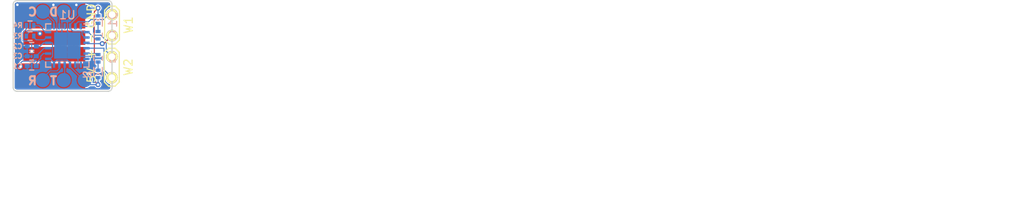
<source format=kicad_pcb>
(kicad_pcb (version 4) (host pcbnew 4.0.2+e4-6225~38~ubuntu14.04.1-stable)

  (general
    (links 42)
    (no_connects 2)
    (area 11.908 15.847999 139.257141 44.375)
    (thickness 1.6)
    (drawings 53)
    (tracks 183)
    (zones 0)
    (modules 15)
    (nets 25)
  )

  (page A4)
  (layers
    (0 F.Cu signal hide)
    (31 B.Cu signal)
    (32 B.Adhes user hide)
    (33 F.Adhes user hide)
    (34 B.Paste user hide)
    (35 F.Paste user hide)
    (36 B.SilkS user hide)
    (37 F.SilkS user hide)
    (38 B.Mask user)
    (39 F.Mask user hide)
    (40 Dwgs.User user)
    (41 Cmts.User user hide)
    (42 Eco1.User user hide)
    (43 Eco2.User user hide)
    (44 Edge.Cuts user)
    (45 Margin user hide)
    (46 B.CrtYd user)
    (47 F.CrtYd user)
    (48 B.Fab user hide)
    (49 F.Fab user hide)
  )

  (setup
    (last_trace_width 0.127)
    (user_trace_width 0.0254)
    (user_trace_width 0.1016)
    (user_trace_width 0.127)
    (user_trace_width 0.2032)
    (user_trace_width 0.254)
    (user_trace_width 0.3048)
    (trace_clearance 0.127)
    (zone_clearance 0.13)
    (zone_45_only no)
    (trace_min 0.0254)
    (segment_width 0.1)
    (edge_width 0.15)
    (via_size 0.6)
    (via_drill 0.3)
    (via_min_size 0.4)
    (via_min_drill 0.3)
    (uvia_size 0.3)
    (uvia_drill 0.1)
    (uvias_allowed no)
    (uvia_min_size 0.2)
    (uvia_min_drill 0.1)
    (pcb_text_width 0.3)
    (pcb_text_size 1.5 1.5)
    (mod_edge_width 0.15)
    (mod_text_size 1 1)
    (mod_text_width 0.15)
    (pad_size 1.7272 1.7272)
    (pad_drill 0)
    (pad_to_mask_clearance 0.1)
    (solder_mask_min_width 0.1)
    (aux_axis_origin 0 0)
    (visible_elements FFFFBD5F)
    (pcbplotparams
      (layerselection 0x010c0_80000001)
      (usegerberextensions true)
      (excludeedgelayer true)
      (linewidth 0.100000)
      (plotframeref false)
      (viasonmask false)
      (mode 1)
      (useauxorigin false)
      (hpglpennumber 1)
      (hpglpenspeed 20)
      (hpglpendiameter 15)
      (hpglpenoverlay 2)
      (psnegative false)
      (psa4output false)
      (plotreference true)
      (plotvalue true)
      (plotinvisibletext false)
      (padsonsilk false)
      (subtractmaskfromsilk false)
      (outputformat 1)
      (mirror false)
      (drillshape 0)
      (scaleselection 1)
      (outputdirectory gerber/))
  )

  (net 0 "")
  (net 1 GND)
  (net 2 +3V3)
  (net 3 /USB_5V)
  (net 4 "Net-(D1-Pad1)")
  (net 5 "Net-(D2-Pad1)")
  (net 6 /DBG_SWDIO)
  (net 7 /DBG_SWCLK)
  (net 8 /USB_D+)
  (net 9 /USB_D-)
  (net 10 "Net-(U1-Pad7)")
  (net 11 "Net-(U1-Pad21)")
  (net 12 /DEC)
  (net 13 /LED1)
  (net 14 /LED0)
  (net 15 /RUSB_D+)
  (net 16 /RUSB_D-)
  (net 17 /CAP0A)
  (net 18 /CAP1A)
  (net 19 /CAP0B)
  (net 20 /CAP1B)
  (net 21 /LEU0_RX)
  (net 22 /LEU0_TX)
  (net 23 "Net-(U1-Pad6)")
  (net 24 "Net-(U1-Pad8)")

  (net_class Default "This is the default net class."
    (clearance 0.127)
    (trace_width 0.127)
    (via_dia 0.6)
    (via_drill 0.3)
    (uvia_dia 0.3)
    (uvia_drill 0.1)
    (add_net +3V3)
    (add_net /CAP0A)
    (add_net /CAP0B)
    (add_net /CAP1A)
    (add_net /CAP1B)
    (add_net /DBG_SWCLK)
    (add_net /DBG_SWDIO)
    (add_net /DEC)
    (add_net /LED0)
    (add_net /LED1)
    (add_net /LEU0_RX)
    (add_net /LEU0_TX)
    (add_net /RUSB_D+)
    (add_net /RUSB_D-)
    (add_net /USB_5V)
    (add_net /USB_D+)
    (add_net /USB_D-)
    (add_net GND)
    (add_net "Net-(D1-Pad1)")
    (add_net "Net-(D2-Pad1)")
    (add_net "Net-(U1-Pad21)")
    (add_net "Net-(U1-Pad6)")
    (add_net "Net-(U1-Pad7)")
    (add_net "Net-(U1-Pad8)")
  )

  (module debug-points (layer B.Cu) (tedit 579C71AA) (tstamp 5798C204)
    (at 18.06 27.65 270)
    (descr "Through hole pin header")
    (tags "pin header")
    (path /5798FD61)
    (fp_text reference P1 (at 0 1.78 270) (layer Dwgs.User)
      (effects (font (size 1 1) (thickness 0.15)))
    )
    (fp_text value USART0 (at 0 3.1 270) (layer B.Fab)
      (effects (font (size 1 1) (thickness 0.15)) (justify mirror))
    )
    (pad 1 smd rect (at 0 0 270) (size 2.032 1.7272) (layers B.Cu B.Paste B.Mask)
      (net 1 GND) (solder_mask_margin -0.25) (zone_connect 2))
    (pad 2 smd oval (at 0 -2.54 270) (size 1.7272 1.7272) (layers B.Cu B.Paste B.Mask)
      (net 21 /LEU0_RX) (solder_mask_margin -0.25) (zone_connect 2))
    (pad 3 smd oval (at 0 -5.08 270) (size 1.7272 1.7272) (layers B.Cu B.Paste B.Mask)
      (net 22 /LEU0_TX) (solder_mask_margin -0.25) (zone_connect 2))
    (pad 4 smd oval (at 0 -7.62 270) (size 1.7272 1.7272) (layers B.Cu B.Paste B.Mask)
      (net 2 +3V3) (solder_mask_margin -0.25) (zone_connect 2))
    (model Pin_Headers.3dshapes/Pin_Header_Angled_1x04.wrl
      (at (xyz 0 -0.15 0))
      (scale (xyz 1 1 1))
      (rotate (xyz 0 0 90))
    )
  )

  (module Resistors_SMD:R_0402 (layer B.Cu) (tedit 579C7813) (tstamp 5798C267)
    (at 27.3 25 90)
    (descr "Resistor SMD 0402, reflow soldering, Vishay (see dcrcw.pdf)")
    (tags "resistor 0402")
    (path /5798F38A)
    (attr smd)
    (fp_text reference R2 (at 0 1.8 90) (layer B.SilkS)
      (effects (font (size 0.6 0.6) (thickness 0.15)) (justify mirror))
    )
    (fp_text value 15 (at 0 -1.8 90) (layer B.Fab)
      (effects (font (size 1 1) (thickness 0.15)) (justify mirror))
    )
    (fp_line (start -0.95 0.65) (end 0.95 0.65) (layer B.CrtYd) (width 0.05))
    (fp_line (start -0.95 -0.65) (end 0.95 -0.65) (layer B.CrtYd) (width 0.05))
    (fp_line (start -0.95 0.65) (end -0.95 -0.65) (layer B.CrtYd) (width 0.05))
    (fp_line (start 0.95 0.65) (end 0.95 -0.65) (layer B.CrtYd) (width 0.05))
    (fp_line (start 0.25 0.525) (end -0.25 0.525) (layer B.SilkS) (width 0.15))
    (fp_line (start -0.25 -0.525) (end 0.25 -0.525) (layer B.SilkS) (width 0.15))
    (pad 1 smd rect (at -0.45 0 90) (size 0.4 0.6) (layers B.Cu B.Paste B.Mask)
      (net 5 "Net-(D2-Pad1)"))
    (pad 2 smd rect (at 0.45 0 90) (size 0.4 0.6) (layers B.Cu B.Paste B.Mask)
      (net 14 /LED0))
    (model Resistors_SMD.3dshapes/R_0402.wrl
      (at (xyz 0 0 0))
      (scale (xyz 1 1 1))
      (rotate (xyz 0 0 0))
    )
  )

  (module LEDs:LED_0402 (layer B.Cu) (tedit 5710AA4B) (tstamp 5798C1BF)
    (at 27.3 20.3 90)
    (descr "LED 0402 smd package")
    (tags "LED led 0402 SMD smd SMT smt smdled SMDLED smtled SMTLED")
    (path /5798F0D5)
    (attr smd)
    (fp_text reference D1 (at 0 1.8 90) (layer B.SilkS)
      (effects (font (size 1 1) (thickness 0.15)) (justify mirror))
    )
    (fp_text value LED (at 0 -1.8 90) (layer B.Fab)
      (effects (font (size 1 1) (thickness 0.15)) (justify mirror))
    )
    (fp_line (start -0.1 0) (end 0.1 -0.25) (layer B.SilkS) (width 0.15))
    (fp_line (start 0.1 0.25) (end -0.1 0) (layer B.SilkS) (width 0.15))
    (fp_line (start -0.95 0.65) (end 0.95 0.65) (layer B.CrtYd) (width 0.05))
    (fp_line (start -0.95 -0.65) (end 0.95 -0.65) (layer B.CrtYd) (width 0.05))
    (fp_line (start -0.95 0.65) (end -0.95 -0.65) (layer B.CrtYd) (width 0.05))
    (fp_line (start 0.95 0.65) (end 0.95 -0.65) (layer B.CrtYd) (width 0.05))
    (fp_line (start 0.25 0.525) (end -0.8 0.525) (layer B.SilkS) (width 0.15))
    (fp_line (start 0.25 -0.525) (end -0.8 -0.525) (layer B.SilkS) (width 0.15))
    (pad 1 smd rect (at -0.45 0 90) (size 0.4 0.6) (layers B.Cu B.Paste B.Mask)
      (net 4 "Net-(D1-Pad1)"))
    (pad 2 smd rect (at 0.45 0 90) (size 0.4 0.6) (layers B.Cu B.Paste B.Mask)
      (net 2 +3V3))
    (model LEDs.3dshapes/LED_0402.wrl
      (at (xyz 0 0 0))
      (scale (xyz 1 1 1))
      (rotate (xyz 0 0 180))
    )
  )

  (module Capacitors_SMD:C_0402 (layer B.Cu) (tedit 579C77D3) (tstamp 5798C199)
    (at 19.25 25.95)
    (descr "Capacitor SMD 0402, reflow soldering, AVX (see smccp.pdf)")
    (tags "capacitor 0402")
    (path /5798BCD7)
    (attr smd)
    (fp_text reference C1 (at -1.725 0) (layer B.SilkS)
      (effects (font (size 0.6 0.6) (thickness 0.15)) (justify mirror))
    )
    (fp_text value 1uF (at 0 -1.7) (layer B.Fab)
      (effects (font (size 1 1) (thickness 0.15)) (justify mirror))
    )
    (fp_line (start -1.15 0.6) (end 1.15 0.6) (layer B.CrtYd) (width 0.05))
    (fp_line (start -1.15 -0.6) (end 1.15 -0.6) (layer B.CrtYd) (width 0.05))
    (fp_line (start -1.15 0.6) (end -1.15 -0.6) (layer B.CrtYd) (width 0.05))
    (fp_line (start 1.15 0.6) (end 1.15 -0.6) (layer B.CrtYd) (width 0.05))
    (fp_line (start 0.25 0.475) (end -0.25 0.475) (layer B.SilkS) (width 0.15))
    (fp_line (start -0.25 -0.475) (end 0.25 -0.475) (layer B.SilkS) (width 0.15))
    (pad 1 smd rect (at -0.55 0) (size 0.6 0.5) (layers B.Cu B.Paste B.Mask)
      (net 1 GND))
    (pad 2 smd rect (at 0.55 0) (size 0.6 0.5) (layers B.Cu B.Paste B.Mask)
      (net 12 /DEC))
    (model Capacitors_SMD.3dshapes/C_0402.wrl
      (at (xyz 0 0 0))
      (scale (xyz 1 1 1))
      (rotate (xyz 0 0 0))
    )
  )

  (module Capacitors_SMD:C_0402 (layer B.Cu) (tedit 579C77A2) (tstamp 5798C1A5)
    (at 19.25 23.55 180)
    (descr "Capacitor SMD 0402, reflow soldering, AVX (see smccp.pdf)")
    (tags "capacitor 0402")
    (path /5798B89B)
    (attr smd)
    (fp_text reference C2 (at 1.725 0 180) (layer B.SilkS)
      (effects (font (size 0.6 0.6) (thickness 0.15)) (justify mirror))
    )
    (fp_text value 1uF (at 0 -1.7 180) (layer B.Fab)
      (effects (font (size 1 1) (thickness 0.15)) (justify mirror))
    )
    (fp_line (start -1.15 0.6) (end 1.15 0.6) (layer B.CrtYd) (width 0.05))
    (fp_line (start -1.15 -0.6) (end 1.15 -0.6) (layer B.CrtYd) (width 0.05))
    (fp_line (start -1.15 0.6) (end -1.15 -0.6) (layer B.CrtYd) (width 0.05))
    (fp_line (start 1.15 0.6) (end 1.15 -0.6) (layer B.CrtYd) (width 0.05))
    (fp_line (start 0.25 0.475) (end -0.25 0.475) (layer B.SilkS) (width 0.15))
    (fp_line (start -0.25 -0.475) (end 0.25 -0.475) (layer B.SilkS) (width 0.15))
    (pad 1 smd rect (at -0.55 0 180) (size 0.6 0.5) (layers B.Cu B.Paste B.Mask)
      (net 2 +3V3))
    (pad 2 smd rect (at 0.55 0 180) (size 0.6 0.5) (layers B.Cu B.Paste B.Mask)
      (net 1 GND))
    (model Capacitors_SMD.3dshapes/C_0402.wrl
      (at (xyz 0 0 0))
      (scale (xyz 1 1 1))
      (rotate (xyz 0 0 0))
    )
  )

  (module Capacitors_SMD:C_0402 (layer B.Cu) (tedit 579C77A9) (tstamp 5798C1B1)
    (at 19.25 24.75 180)
    (descr "Capacitor SMD 0402, reflow soldering, AVX (see smccp.pdf)")
    (tags "capacitor 0402")
    (path /5798BA32)
    (attr smd)
    (fp_text reference C3 (at 1.725 0.025 180) (layer B.SilkS)
      (effects (font (size 0.6 0.6) (thickness 0.15)) (justify mirror))
    )
    (fp_text value 47uF (at 0 -1.7 180) (layer B.Fab)
      (effects (font (size 1 1) (thickness 0.15)) (justify mirror))
    )
    (fp_line (start -1.15 0.6) (end 1.15 0.6) (layer B.CrtYd) (width 0.05))
    (fp_line (start -1.15 -0.6) (end 1.15 -0.6) (layer B.CrtYd) (width 0.05))
    (fp_line (start -1.15 0.6) (end -1.15 -0.6) (layer B.CrtYd) (width 0.05))
    (fp_line (start 1.15 0.6) (end 1.15 -0.6) (layer B.CrtYd) (width 0.05))
    (fp_line (start 0.25 0.475) (end -0.25 0.475) (layer B.SilkS) (width 0.15))
    (fp_line (start -0.25 -0.475) (end 0.25 -0.475) (layer B.SilkS) (width 0.15))
    (pad 1 smd rect (at -0.55 0 180) (size 0.6 0.5) (layers B.Cu B.Paste B.Mask)
      (net 3 /USB_5V))
    (pad 2 smd rect (at 0.55 0 180) (size 0.6 0.5) (layers B.Cu B.Paste B.Mask)
      (net 1 GND))
    (model Capacitors_SMD.3dshapes/C_0402.wrl
      (at (xyz 0 0 0))
      (scale (xyz 1 1 1))
      (rotate (xyz 0 0 0))
    )
  )

  (module LEDs:LED_0402 (layer B.Cu) (tedit 579C7808) (tstamp 5798C1CD)
    (at 27.3 26.9 270)
    (descr "LED 0402 smd package")
    (tags "LED led 0402 SMD smd SMT smt smdled SMDLED smtled SMTLED")
    (path /5798F173)
    (attr smd)
    (fp_text reference D2 (at 0.1 1.325 360) (layer B.SilkS)
      (effects (font (size 0.6 0.6) (thickness 0.15)) (justify mirror))
    )
    (fp_text value LED (at 0 -1.8 270) (layer B.Fab)
      (effects (font (size 1 1) (thickness 0.15)) (justify mirror))
    )
    (fp_line (start -0.1 0) (end 0.1 -0.25) (layer B.SilkS) (width 0.15))
    (fp_line (start 0.1 0.25) (end -0.1 0) (layer B.SilkS) (width 0.15))
    (fp_line (start -0.95 0.65) (end 0.95 0.65) (layer B.CrtYd) (width 0.05))
    (fp_line (start -0.95 -0.65) (end 0.95 -0.65) (layer B.CrtYd) (width 0.05))
    (fp_line (start -0.95 0.65) (end -0.95 -0.65) (layer B.CrtYd) (width 0.05))
    (fp_line (start 0.95 0.65) (end 0.95 -0.65) (layer B.CrtYd) (width 0.05))
    (fp_line (start 0.25 0.525) (end -0.8 0.525) (layer B.SilkS) (width 0.15))
    (fp_line (start 0.25 -0.525) (end -0.8 -0.525) (layer B.SilkS) (width 0.15))
    (pad 1 smd rect (at -0.45 0 270) (size 0.4 0.6) (layers B.Cu B.Paste B.Mask)
      (net 5 "Net-(D2-Pad1)"))
    (pad 2 smd rect (at 0.45 0 270) (size 0.4 0.6) (layers B.Cu B.Paste B.Mask)
      (net 2 +3V3))
    (model LEDs.3dshapes/LED_0402.wrl
      (at (xyz 0 0 0))
      (scale (xyz 1 1 1))
      (rotate (xyz 0 0 180))
    )
  )

  (module Resistors_SMD:R_0402 (layer B.Cu) (tedit 579C781B) (tstamp 5798C25B)
    (at 27.3 22.2 90)
    (descr "Resistor SMD 0402, reflow soldering, Vishay (see dcrcw.pdf)")
    (tags "resistor 0402")
    (path /5798F3FD)
    (attr smd)
    (fp_text reference R1 (at 0 1.8 90) (layer B.SilkS)
      (effects (font (size 0.6 0.6) (thickness 0.15)) (justify mirror))
    )
    (fp_text value 15 (at 0 -1.8 90) (layer B.Fab)
      (effects (font (size 1 1) (thickness 0.15)) (justify mirror))
    )
    (fp_line (start -0.95 0.65) (end 0.95 0.65) (layer B.CrtYd) (width 0.05))
    (fp_line (start -0.95 -0.65) (end 0.95 -0.65) (layer B.CrtYd) (width 0.05))
    (fp_line (start -0.95 0.65) (end -0.95 -0.65) (layer B.CrtYd) (width 0.05))
    (fp_line (start 0.95 0.65) (end 0.95 -0.65) (layer B.CrtYd) (width 0.05))
    (fp_line (start 0.25 0.525) (end -0.25 0.525) (layer B.SilkS) (width 0.15))
    (fp_line (start -0.25 -0.525) (end 0.25 -0.525) (layer B.SilkS) (width 0.15))
    (pad 1 smd rect (at -0.45 0 90) (size 0.4 0.6) (layers B.Cu B.Paste B.Mask)
      (net 13 /LED1))
    (pad 2 smd rect (at 0.45 0 90) (size 0.4 0.6) (layers B.Cu B.Paste B.Mask)
      (net 4 "Net-(D1-Pad1)"))
    (model Resistors_SMD.3dshapes/R_0402.wrl
      (at (xyz 0 0 0))
      (scale (xyz 1 1 1))
      (rotate (xyz 0 0 0))
    )
  )

  (module Resistors_SMD:R_0402 (layer B.Cu) (tedit 579C76C1) (tstamp 5798C273)
    (at 19.05 22.3)
    (descr "Resistor SMD 0402, reflow soldering, Vishay (see dcrcw.pdf)")
    (tags "resistor 0402")
    (path /5798C3BC)
    (attr smd)
    (fp_text reference R3 (at -1.5 0) (layer B.SilkS)
      (effects (font (size 0.6 0.6) (thickness 0.15)) (justify mirror))
    )
    (fp_text value 15 (at 0 -1.8) (layer B.Fab)
      (effects (font (size 1 1) (thickness 0.15)) (justify mirror))
    )
    (fp_line (start -0.95 0.65) (end 0.95 0.65) (layer B.CrtYd) (width 0.05))
    (fp_line (start -0.95 -0.65) (end 0.95 -0.65) (layer B.CrtYd) (width 0.05))
    (fp_line (start -0.95 0.65) (end -0.95 -0.65) (layer B.CrtYd) (width 0.05))
    (fp_line (start 0.95 0.65) (end 0.95 -0.65) (layer B.CrtYd) (width 0.05))
    (fp_line (start 0.25 0.525) (end -0.25 0.525) (layer B.SilkS) (width 0.15))
    (fp_line (start -0.25 -0.525) (end 0.25 -0.525) (layer B.SilkS) (width 0.15))
    (pad 1 smd rect (at -0.45 0) (size 0.4 0.6) (layers B.Cu B.Paste B.Mask)
      (net 9 /USB_D-))
    (pad 2 smd rect (at 0.45 0) (size 0.4 0.6) (layers B.Cu B.Paste B.Mask)
      (net 16 /RUSB_D-))
    (model Resistors_SMD.3dshapes/R_0402.wrl
      (at (xyz 0 0 0))
      (scale (xyz 1 1 1))
      (rotate (xyz 0 0 0))
    )
  )

  (module Resistors_SMD:R_0402 (layer B.Cu) (tedit 579C7699) (tstamp 5798C27F)
    (at 19.05 21)
    (descr "Resistor SMD 0402, reflow soldering, Vishay (see dcrcw.pdf)")
    (tags "resistor 0402")
    (path /5798C529)
    (attr smd)
    (fp_text reference R4 (at -1.5 0) (layer B.SilkS)
      (effects (font (size 0.6 0.6) (thickness 0.15)) (justify mirror))
    )
    (fp_text value 15 (at 0 -1.8) (layer B.Fab)
      (effects (font (size 1 1) (thickness 0.15)) (justify mirror))
    )
    (fp_line (start -0.95 0.65) (end 0.95 0.65) (layer B.CrtYd) (width 0.05))
    (fp_line (start -0.95 -0.65) (end 0.95 -0.65) (layer B.CrtYd) (width 0.05))
    (fp_line (start -0.95 0.65) (end -0.95 -0.65) (layer B.CrtYd) (width 0.05))
    (fp_line (start 0.95 0.65) (end 0.95 -0.65) (layer B.CrtYd) (width 0.05))
    (fp_line (start 0.25 0.525) (end -0.25 0.525) (layer B.SilkS) (width 0.15))
    (fp_line (start -0.25 -0.525) (end 0.25 -0.525) (layer B.SilkS) (width 0.15))
    (pad 1 smd rect (at -0.45 0) (size 0.4 0.6) (layers B.Cu B.Paste B.Mask)
      (net 8 /USB_D+))
    (pad 2 smd rect (at 0.45 0) (size 0.4 0.6) (layers B.Cu B.Paste B.Mask)
      (net 15 /RUSB_D+))
    (model Resistors_SMD.3dshapes/R_0402.wrl
      (at (xyz 0 0 0))
      (scale (xyz 1 1 1))
      (rotate (xyz 0 0 0))
    )
  )

  (module Measurement_Points:Test_Point_2Pads (layer F.Cu) (tedit 56C3646A) (tstamp 5798C2C0)
    (at 29 19.7 270)
    (descr "Connecteurs 2 pins")
    (tags "CONN DEV")
    (path /57990318)
    (attr virtual)
    (fp_text reference W1 (at 1.27 -2 270) (layer F.SilkS)
      (effects (font (size 1 1) (thickness 0.15)))
    )
    (fp_text value CAP0 (at 1.27 2 270) (layer F.Fab)
      (effects (font (size 1 1) (thickness 0.15)))
    )
    (fp_line (start -0.65 1.15) (end 3.15 1.15) (layer F.CrtYd) (width 0.05))
    (fp_line (start 3.15 1.15) (end 3.8 0.5) (layer F.CrtYd) (width 0.05))
    (fp_line (start 3.8 0.5) (end 3.8 -0.5) (layer F.CrtYd) (width 0.05))
    (fp_line (start 3.8 -0.5) (end 3.15 -1.15) (layer F.CrtYd) (width 0.05))
    (fp_line (start 3.15 -1.15) (end -0.65 -1.15) (layer F.CrtYd) (width 0.05))
    (fp_line (start -0.65 -1.15) (end -1.3 -0.5) (layer F.CrtYd) (width 0.05))
    (fp_line (start -1.3 -0.5) (end -1.3 0.5) (layer F.CrtYd) (width 0.05))
    (fp_line (start -1.3 0.5) (end -0.65 1.15) (layer F.CrtYd) (width 0.05))
    (fp_line (start -0.53 -0.9) (end 3.07 -0.9) (layer F.SilkS) (width 0.15))
    (fp_line (start 3.07 -0.9) (end 3.57 -0.4) (layer F.SilkS) (width 0.15))
    (fp_line (start 3.57 -0.4) (end 3.57 0.4) (layer F.SilkS) (width 0.15))
    (fp_line (start 3.57 0.4) (end 3.07 0.9) (layer F.SilkS) (width 0.15))
    (fp_line (start 3.07 0.9) (end -0.53 0.9) (layer F.SilkS) (width 0.15))
    (fp_line (start -0.53 0.9) (end -1.03 0.4) (layer F.SilkS) (width 0.15))
    (fp_line (start -1.03 0.4) (end -1.03 -0.4) (layer F.SilkS) (width 0.15))
    (fp_line (start -1.03 -0.4) (end -0.53 -0.9) (layer F.SilkS) (width 0.15))
    (pad 1 thru_hole circle (at 0 0 270) (size 1.4 1.4) (drill 0.8128) (layers *.Cu *.Mask F.SilkS)
      (net 19 /CAP0B))
    (pad 2 thru_hole circle (at 2.54 0 270) (size 1.4 1.4) (drill 0.8128) (layers *.Cu *.Mask F.SilkS)
      (net 17 /CAP0A))
  )

  (module Measurement_Points:Test_Point_2Pads (layer F.Cu) (tedit 56C3646A) (tstamp 5798C2D6)
    (at 28.975 24.81 270)
    (descr "Connecteurs 2 pins")
    (tags "CONN DEV")
    (path /57990582)
    (attr virtual)
    (fp_text reference W2 (at 1.27 -2 270) (layer F.SilkS)
      (effects (font (size 1 1) (thickness 0.15)))
    )
    (fp_text value CAP1 (at 1.27 2 270) (layer F.Fab)
      (effects (font (size 1 1) (thickness 0.15)))
    )
    (fp_line (start -0.65 1.15) (end 3.15 1.15) (layer F.CrtYd) (width 0.05))
    (fp_line (start 3.15 1.15) (end 3.8 0.5) (layer F.CrtYd) (width 0.05))
    (fp_line (start 3.8 0.5) (end 3.8 -0.5) (layer F.CrtYd) (width 0.05))
    (fp_line (start 3.8 -0.5) (end 3.15 -1.15) (layer F.CrtYd) (width 0.05))
    (fp_line (start 3.15 -1.15) (end -0.65 -1.15) (layer F.CrtYd) (width 0.05))
    (fp_line (start -0.65 -1.15) (end -1.3 -0.5) (layer F.CrtYd) (width 0.05))
    (fp_line (start -1.3 -0.5) (end -1.3 0.5) (layer F.CrtYd) (width 0.05))
    (fp_line (start -1.3 0.5) (end -0.65 1.15) (layer F.CrtYd) (width 0.05))
    (fp_line (start -0.53 -0.9) (end 3.07 -0.9) (layer F.SilkS) (width 0.15))
    (fp_line (start 3.07 -0.9) (end 3.57 -0.4) (layer F.SilkS) (width 0.15))
    (fp_line (start 3.57 -0.4) (end 3.57 0.4) (layer F.SilkS) (width 0.15))
    (fp_line (start 3.57 0.4) (end 3.07 0.9) (layer F.SilkS) (width 0.15))
    (fp_line (start 3.07 0.9) (end -0.53 0.9) (layer F.SilkS) (width 0.15))
    (fp_line (start -0.53 0.9) (end -1.03 0.4) (layer F.SilkS) (width 0.15))
    (fp_line (start -1.03 0.4) (end -1.03 -0.4) (layer F.SilkS) (width 0.15))
    (fp_line (start -1.03 -0.4) (end -0.53 -0.9) (layer F.SilkS) (width 0.15))
    (pad 1 thru_hole circle (at 0 0 270) (size 1.4 1.4) (drill 0.8128) (layers *.Cu *.Mask F.SilkS)
      (net 20 /CAP1B))
    (pad 2 thru_hole circle (at 2.54 0 270) (size 1.4 1.4) (drill 0.8128) (layers *.Cu *.Mask F.SilkS)
      (net 18 /CAP1A))
  )

  (module usb-pcb:USB-PCB locked (layer F.Cu) (tedit 579C6ECE) (tstamp 5798C24F)
    (at 17 29)
    (path /5798BECB)
    (fp_text reference P3 (at 2 2.5) (layer Cmts.User)
      (effects (font (size 1 1) (thickness 0.15)))
    )
    (fp_text value USB_B (at 3.5 1) (layer F.Fab)
      (effects (font (size 1 1) (thickness 0.15)))
    )
    (fp_text user + (at 9.45 -4.475 90) (layer F.SilkS)
      (effects (font (size 1 1) (thickness 0.15)))
    )
    (fp_text user 5V (at 9.5 -1.925 90) (layer F.SilkS)
      (effects (font (size 1 1) (thickness 0.15)))
    )
    (fp_line (start 0 -11) (end 0 -13) (layer Cmts.User) (width 0.05))
    (fp_line (start 0 -12) (end 0.5 -11.5) (layer Cmts.User) (width 0.05))
    (fp_line (start 0 -12) (end 0.5 -12.5) (layer Cmts.User) (width 0.05))
    (fp_line (start 12 -12) (end 0 -12) (layer Cmts.User) (width 0.05))
    (fp_line (start 11.5 -11.5) (end 12 -12) (layer Cmts.User) (width 0.05))
    (fp_line (start 12 -12) (end 11.5 -11.5) (layer Cmts.User) (width 0.05))
    (fp_line (start 11.5 -12.5) (end 12 -12) (layer Cmts.User) (width 0.05))
    (fp_line (start 12 -12) (end 11.5 -12.5) (layer Cmts.User) (width 0.05))
    (fp_line (start 12 -11) (end 12 -13) (layer Cmts.User) (width 0.05))
    (fp_text user 12.00mm (at 6 -12.5) (layer Cmts.User)
      (effects (font (size 1 1) (thickness 0.05)))
    )
    (fp_line (start 12 0) (end 12 -11) (layer Dwgs.User) (width 0.05))
    (fp_line (start 12 -11) (end 0 -11) (layer Dwgs.User) (width 0.05))
    (fp_line (start 12 0) (end 0 0) (layer Dwgs.User) (width 0.05))
    (fp_line (start 0 0) (end 0 -11) (layer Dwgs.User) (width 0.05))
    (fp_line (start 13.5 0) (end 13.5 -11) (layer Cmts.User) (width 0.05))
    (fp_line (start 12 -11) (end 14 -11) (layer Cmts.User) (width 0.05))
    (fp_line (start 13.5 -11) (end 13 -10.5) (layer Cmts.User) (width 0.05))
    (fp_line (start 13.5 -11) (end 14 -10.5) (layer Cmts.User) (width 0.05))
    (fp_line (start 12 0) (end 14 0) (layer Cmts.User) (width 0.05))
    (fp_text user 11.00mm (at 13 -5 90) (layer Cmts.User)
      (effects (font (size 1 1) (thickness 0.05)))
    )
    (fp_line (start 13.5 0) (end 14 -0.5) (layer Cmts.User) (width 0.05))
    (fp_line (start 13 -0.5) (end 13.5 0) (layer Cmts.User) (width 0.05))
    (fp_line (start 13.5 0) (end 13 -0.5) (layer Cmts.User) (width 0.05))
    (fp_line (start 14 -0.5) (end 13.5 0) (layer Cmts.User) (width 0.05))
    (fp_line (start -1 -7.5) (end -0.5 -8) (layer Cmts.User) (width 0.05))
    (fp_line (start -1 -11) (end -1 -7.5) (layer Cmts.User) (width 0.05))
    (fp_line (start -1 -11) (end -0.5 -10.5) (layer Cmts.User) (width 0.05))
    (fp_line (start -1.5 -10.5) (end -1 -11) (layer Cmts.User) (width 0.05))
    (fp_line (start -0.5 -10.5) (end -1 -11) (layer Cmts.User) (width 0.05))
    (fp_line (start -1 -11) (end -1.5 -10.5) (layer Cmts.User) (width 0.05))
    (fp_line (start -1 -7.5) (end -1.5 -8) (layer Cmts.User) (width 0.05))
    (fp_line (start 0 -11) (end -2 -11) (layer Cmts.User) (width 0.05))
    (fp_line (start 0 -7.5) (end -2 -7.5) (layer Cmts.User) (width 0.05))
    (fp_line (start -1 0) (end -0.5 -0.5) (layer Cmts.User) (width 0.05))
    (fp_text user 3.50mm (at -1.5 -2 90) (layer Cmts.User)
      (effects (font (size 0.25 0.14) (thickness 0.035)))
    )
    (fp_line (start -1 -3.5) (end -1 0) (layer Cmts.User) (width 0.05))
    (fp_line (start -1 0) (end -1.5 -0.5) (layer Cmts.User) (width 0.05))
    (fp_line (start -1 -3.5) (end -1.5 -3) (layer Cmts.User) (width 0.05))
    (fp_line (start -1.5 -3) (end -1 -3.5) (layer Cmts.User) (width 0.05))
    (fp_line (start -1 -3.5) (end -0.5 -3) (layer Cmts.User) (width 0.05))
    (fp_line (start -0.5 -3) (end -1 -3.5) (layer Cmts.User) (width 0.05))
    (fp_line (start 0 -3.5) (end -2 -3.5) (layer Cmts.User) (width 0.05))
    (fp_line (start 0 0) (end -2 0) (layer Cmts.User) (width 0.05))
    (fp_line (start -0.5 -5) (end -1 -5.5) (layer Cmts.User) (width 0.05))
    (fp_line (start -1 -5.5) (end -1.5 -5) (layer Cmts.User) (width 0.05))
    (fp_line (start -1.5 -5) (end -1 -5.5) (layer Cmts.User) (width 0.05))
    (fp_line (start -1 -5.5) (end -0.5 -5) (layer Cmts.User) (width 0.05))
    (fp_line (start 0 -5.5) (end -2 -5.5) (layer Cmts.User) (width 0.05))
    (fp_line (start -1 -5.5) (end -1 -3.5) (layer Cmts.User) (width 0.05))
    (fp_line (start -1 -3.5) (end -1.5 -4) (layer Cmts.User) (width 0.05))
    (fp_line (start -1 -3.5) (end -0.5 -4) (layer Cmts.User) (width 0.05))
    (fp_text user 2.00mm (at -1.5 -4.5 90) (layer Cmts.User)
      (effects (font (size 0.25 0.15) (thickness 0.0375)))
    )
    (fp_text user 2.00mm (at -1.5 -6.5 90) (layer Cmts.User)
      (effects (font (size 0.25 0.15) (thickness 0.0375)))
    )
    (fp_line (start -0.5 -7) (end -1 -7.5) (layer Cmts.User) (width 0.05))
    (fp_line (start -1 -7.5) (end -1.5 -7) (layer Cmts.User) (width 0.05))
    (fp_line (start -1 -7.5) (end -0.5 -7) (layer Cmts.User) (width 0.05))
    (fp_line (start -1.5 -7) (end -1 -7.5) (layer Cmts.User) (width 0.05))
    (fp_line (start -1 -7.5) (end -1 -5.5) (layer Cmts.User) (width 0.05))
    (fp_line (start -1 -5.5) (end -1.5 -6) (layer Cmts.User) (width 0.05))
    (fp_line (start -1 -5.5) (end -0.5 -6) (layer Cmts.User) (width 0.05))
    (fp_text user 3.50mm (at -1.5 -9.5 90) (layer Cmts.User)
      (effects (font (size 0.25 0.14) (thickness 0.035)))
    )
    (fp_poly (pts (xy 0 0) (xy 12 0) (xy 12 -0.25) (xy 0.25 -0.25)
      (xy 0.25 -10.75) (xy 12 -10.75) (xy 12 -11) (xy 0 -11)
      (xy 0 0)) (layer Dwgs.User) (width 0.01))
    (fp_poly (pts (xy 1.5 -3.75) (xy 8.5 -3.75) (xy 8.5 -5.25) (xy 1.5 -5.25)
      (xy 1.5 -3.75)) (layer F.Mask) (width 0.01))
    (fp_poly (pts (xy 8.5 -3.25) (xy 0.75 -3.25) (xy 0.75 -1.25) (xy 1.25 -0.75)
      (xy 8.5 -0.75) (xy 8.5 -3.25)) (layer F.Mask) (width 0.01))
    (fp_poly (pts (xy 1.5 -5.75) (xy 8.5 -5.75) (xy 8.5 -7.25) (xy 1.5 -7.25)
      (xy 1.5 -5.75)) (layer F.Mask) (width 0.01))
    (fp_poly (pts (xy 8.5 -10.25) (xy 8.5 -7.75) (xy 0.75 -7.75) (xy 0.75 -9.75)
      (xy 1.25 -10.25) (xy 8.5 -10.25)) (layer F.Mask) (width 0.01))
    (fp_text user - (at 9.45 -6.425 90) (layer F.SilkS)
      (effects (font (size 1 1) (thickness 0.15)))
    )
    (fp_text user GND (at 9.5 -9.125 90) (layer F.SilkS)
      (effects (font (size 1 1) (thickness 0.15)))
    )
    (pad 1 connect rect (at 5 -1.8125) (size 7.5 3.125) (layers F.Cu)
      (net 3 /USB_5V) (zone_connect 2))
    (pad 4 connect rect (at 5 -9.1875) (size 7.5 3.125) (layers F.Cu)
      (net 1 GND) (zone_connect 2))
    (pad 3 connect rect (at 5 -4.5) (size 7.5 1.75) (layers F.Cu)
      (net 8 /USB_D+) (zone_connect 2))
    (pad 2 connect rect (at 5 -6.5) (size 7.5 1.75) (layers F.Cu)
      (net 9 /USB_D-) (zone_connect 2))
    (pad 1 connect trapezoid (at 0.75 -1.8125 180) (size 1 2.125) (rect_delta 1 0 ) (layers F.Cu)
      (net 3 /USB_5V) (zone_connect 2))
    (pad 4 connect trapezoid (at 0.75 -9.175 180) (size 1 2.125) (rect_delta 1 0 ) (layers F.Cu)
      (net 1 GND) (zone_connect 2))
    (pad 1 connect rect (at 0.75 -2.875 180) (size 1 1) (layers F.Cu)
      (net 3 /USB_5V))
    (pad 4 connect rect (at 0.75 -8.125 180) (size 1 1) (layers F.Cu)
      (net 1 GND))
  )

  (module usb-pcb:debug-points (layer B.Cu) (tedit 579C71AA) (tstamp 5798C23B)
    (at 18.07 19.35 270)
    (descr "Through hole pin header")
    (tags "pin header")
    (path /5798E965)
    (fp_text reference P2 (at 0.03 1.82 270) (layer Dwgs.User)
      (effects (font (size 1 1) (thickness 0.15)))
    )
    (fp_text value DEBUG (at 0 3.1 270) (layer B.Fab)
      (effects (font (size 1 1) (thickness 0.15)) (justify mirror))
    )
    (pad 1 smd rect (at 0 0 270) (size 2.032 1.7272) (layers B.Cu B.Paste B.Mask)
      (net 1 GND) (solder_mask_margin -0.25) (zone_connect 2))
    (pad 2 smd oval (at 0 -2.54 270) (size 1.7272 1.7272) (layers B.Cu B.Paste B.Mask)
      (net 7 /DBG_SWCLK) (solder_mask_margin -0.25) (zone_connect 2))
    (pad 3 smd oval (at 0 -5.08 270) (size 1.7272 1.7272) (layers B.Cu B.Paste B.Mask)
      (net 6 /DBG_SWDIO) (solder_mask_margin -0.25) (zone_connect 2))
    (pad 4 smd oval (at 0 -7.62 270) (size 1.7272 1.7272) (layers B.Cu B.Paste B.Mask)
      (net 2 +3V3) (solder_mask_margin -0.25) (zone_connect 2))
    (model Pin_Headers.3dshapes/Pin_Header_Angled_1x04.wrl
      (at (xyz 0 -0.15 0))
      (scale (xyz 1 1 1))
      (rotate (xyz 0 0 90))
    )
  )

  (module Housings_DFN_QFN:QFN-24-1EP_5x5mm_Pitch0.65mm (layer B.Cu) (tedit 54130A77) (tstamp 5798C2AA)
    (at 23.575 23.45 180)
    (descr "UH Package; 24-Lead Plastic QFN (5mm x 5mm); (see Linear Technology (UH24) QFN 05-08-1747 Rev A.pdf)")
    (tags "QFN 0.65")
    (path /5798B6D7)
    (attr smd)
    (fp_text reference U1 (at 0 3.7 180) (layer B.SilkS)
      (effects (font (size 1 1) (thickness 0.15)) (justify mirror))
    )
    (fp_text value EFM32HG309 (at 0 -3.7 180) (layer B.Fab)
      (effects (font (size 1 1) (thickness 0.15)) (justify mirror))
    )
    (fp_line (start -2.95 2.95) (end -2.95 -2.95) (layer B.CrtYd) (width 0.05))
    (fp_line (start 2.95 2.95) (end 2.95 -2.95) (layer B.CrtYd) (width 0.05))
    (fp_line (start -2.95 2.95) (end 2.95 2.95) (layer B.CrtYd) (width 0.05))
    (fp_line (start -2.95 -2.95) (end 2.95 -2.95) (layer B.CrtYd) (width 0.05))
    (fp_line (start 2.625 2.625) (end 2.625 2) (layer B.SilkS) (width 0.15))
    (fp_line (start -2.625 -2.625) (end -2.625 -2) (layer B.SilkS) (width 0.15))
    (fp_line (start 2.625 -2.625) (end 2.625 -2) (layer B.SilkS) (width 0.15))
    (fp_line (start -2.625 2.625) (end -2 2.625) (layer B.SilkS) (width 0.15))
    (fp_line (start -2.625 -2.625) (end -2 -2.625) (layer B.SilkS) (width 0.15))
    (fp_line (start 2.625 -2.625) (end 2 -2.625) (layer B.SilkS) (width 0.15))
    (fp_line (start 2.625 2.625) (end 2 2.625) (layer B.SilkS) (width 0.15))
    (pad 1 smd rect (at -2.325 1.625 180) (size 0.75 0.3) (layers B.Cu B.Paste B.Mask)
      (net 13 /LED1))
    (pad 2 smd rect (at -2.325 0.975 180) (size 0.75 0.3) (layers B.Cu B.Paste B.Mask)
      (net 2 +3V3))
    (pad 3 smd rect (at -2.325 0.325 180) (size 0.75 0.3) (layers B.Cu B.Paste B.Mask)
      (net 17 /CAP0A))
    (pad 4 smd rect (at -2.325 -0.325 180) (size 0.75 0.3) (layers B.Cu B.Paste B.Mask)
      (net 18 /CAP1A))
    (pad 5 smd rect (at -2.325 -0.975 180) (size 0.75 0.3) (layers B.Cu B.Paste B.Mask)
      (net 14 /LED0))
    (pad 6 smd rect (at -2.325 -1.625 180) (size 0.75 0.3) (layers B.Cu B.Paste B.Mask)
      (net 23 "Net-(U1-Pad6)"))
    (pad 7 smd rect (at -1.625 -2.325 90) (size 0.75 0.3) (layers B.Cu B.Paste B.Mask)
      (net 10 "Net-(U1-Pad7)"))
    (pad 8 smd rect (at -0.975 -2.325 90) (size 0.75 0.3) (layers B.Cu B.Paste B.Mask)
      (net 24 "Net-(U1-Pad8)"))
    (pad 9 smd rect (at -0.325 -2.325 90) (size 0.75 0.3) (layers B.Cu B.Paste B.Mask)
      (net 2 +3V3))
    (pad 10 smd rect (at 0.325 -2.325 90) (size 0.75 0.3) (layers B.Cu B.Paste B.Mask)
      (net 22 /LEU0_TX))
    (pad 11 smd rect (at 0.975 -2.325 90) (size 0.75 0.3) (layers B.Cu B.Paste B.Mask)
      (net 21 /LEU0_RX))
    (pad 12 smd rect (at 1.625 -2.325 90) (size 0.75 0.3) (layers B.Cu B.Paste B.Mask)
      (net 2 +3V3))
    (pad 13 smd rect (at 2.325 -1.625 180) (size 0.75 0.3) (layers B.Cu B.Paste B.Mask)
      (net 2 +3V3))
    (pad 14 smd rect (at 2.325 -0.975 180) (size 0.75 0.3) (layers B.Cu B.Paste B.Mask)
      (net 12 /DEC))
    (pad 15 smd rect (at 2.325 -0.325 180) (size 0.75 0.3) (layers B.Cu B.Paste B.Mask)
      (net 3 /USB_5V))
    (pad 16 smd rect (at 2.325 0.325 180) (size 0.75 0.3) (layers B.Cu B.Paste B.Mask)
      (net 2 +3V3))
    (pad 17 smd rect (at 2.325 0.975 180) (size 0.75 0.3) (layers B.Cu B.Paste B.Mask)
      (net 16 /RUSB_D-))
    (pad 18 smd rect (at 2.325 1.625 180) (size 0.75 0.3) (layers B.Cu B.Paste B.Mask)
      (net 15 /RUSB_D+))
    (pad 19 smd rect (at 1.625 2.325 90) (size 0.75 0.3) (layers B.Cu B.Paste B.Mask)
      (net 7 /DBG_SWCLK))
    (pad 20 smd rect (at 0.975 2.325 90) (size 0.75 0.3) (layers B.Cu B.Paste B.Mask)
      (net 6 /DBG_SWDIO))
    (pad 21 smd rect (at 0.325 2.325 90) (size 0.75 0.3) (layers B.Cu B.Paste B.Mask)
      (net 11 "Net-(U1-Pad21)"))
    (pad 22 smd rect (at -0.325 2.325 90) (size 0.75 0.3) (layers B.Cu B.Paste B.Mask)
      (net 2 +3V3))
    (pad 23 smd rect (at -0.975 2.325 90) (size 0.75 0.3) (layers B.Cu B.Paste B.Mask)
      (net 19 /CAP0B))
    (pad 24 smd rect (at -1.625 2.325 90) (size 0.75 0.3) (layers B.Cu B.Paste B.Mask)
      (net 20 /CAP1B))
    (pad 25 smd rect (at 0.8 -0.8 180) (size 1.6 1.6) (layers B.Cu B.Paste B.Mask)
      (net 1 GND) (solder_paste_margin_ratio -0.2))
    (pad 25 smd rect (at 0.8 0.8 180) (size 1.6 1.6) (layers B.Cu B.Paste B.Mask)
      (net 1 GND) (solder_paste_margin_ratio -0.2))
    (pad 25 smd rect (at -0.8 -0.8 180) (size 1.6 1.6) (layers B.Cu B.Paste B.Mask)
      (net 1 GND) (solder_paste_margin_ratio -0.2))
    (pad 25 smd rect (at -0.8 0.8 180) (size 1.6 1.6) (layers B.Cu B.Paste B.Mask)
      (net 1 GND) (solder_paste_margin_ratio -0.2))
    (model Housings_DFN_QFN.3dshapes/QFN-24-1EP_5x5mm_Pitch0.65mm.wrl
      (at (xyz 0 0 0))
      (scale (xyz 1 1 1))
      (rotate (xyz 0 0 0))
    )
  )

  (gr_line (start 21.44 23.99) (end 21.12 23.99) (layer Dwgs.User) (width 0.1016) (tstamp 579C9EFC))
  (gr_line (start 21.44 24.1) (end 21.12 24.1) (layer Dwgs.User) (width 0.1016) (tstamp 579C9EFB))
  (gr_line (start 21.44 24.21) (end 21.12 24.21) (layer Dwgs.User) (width 0.1016) (tstamp 579C9EFA))
  (gr_line (start 21 23.97) (end 20.68 23.97) (layer Dwgs.User) (width 0.127) (tstamp 579C9E93))
  (gr_line (start 21 24.1) (end 20.68 24.1) (layer Dwgs.User) (width 0.127) (tstamp 579C9E92))
  (gr_line (start 21 24.23) (end 20.68 24.23) (layer Dwgs.User) (width 0.127) (tstamp 579C9E91))
  (gr_line (start 21.25 23.45) (end 21.49 23.45) (layer Dwgs.User) (width 0.127) (tstamp 579C9E37))
  (gr_line (start 21.12 23.45) (end 20.8 23.45) (layer Dwgs.User) (width 0.1016) (tstamp 579C9DF4))
  (gr_line (start 21.8 22.36) (end 21.8 22.04) (layer Dwgs.User) (width 0.1016) (tstamp 579C9D3A))
  (gr_line (start 21.69 22.67) (end 21.69 22.35) (layer Dwgs.User) (width 0.127) (tstamp 579C9D34))
  (gr_line (start 21.91 22.67) (end 21.91 22.35) (layer Dwgs.User) (width 0.127) (tstamp 579C9D2C))
  (gr_line (start 21.92 23.2) (end 21.92 22.88) (layer Dwgs.User) (width 0.1016) (tstamp 579C9B17))
  (gr_line (start 21.8 23.19) (end 21.8 22.87) (layer Dwgs.User) (width 0.127) (tstamp 579C9B16))
  (gr_line (start 21.68 23.2) (end 21.68 22.88) (layer Dwgs.User) (width 0.1016) (tstamp 579C9B15))
  (gr_line (start 21.92 23.77) (end 21.92 23.45) (layer Dwgs.User) (width 0.1016) (tstamp 579C9A65))
  (gr_line (start 21.81 23.77) (end 21.81 23.45) (layer Dwgs.User) (width 0.1016) (tstamp 579C9A64))
  (gr_line (start 21.7 23.77) (end 21.7 23.45) (layer Dwgs.User) (width 0.1016) (tstamp 579C9A63))
  (gr_line (start 21.78 24.26) (end 21.78 23.94) (layer Dwgs.User) (width 0.127) (tstamp 579C9747))
  (gr_line (start 21.65 24.26) (end 21.65 23.94) (layer Dwgs.User) (width 0.127) (tstamp 579C9733))
  (gr_line (start 21.91 24.26) (end 21.91 23.94) (layer Dwgs.User) (width 0.127))
  (gr_text D (at 21.9 19.375) (layer B.SilkS) (tstamp 579C7F9B)
    (effects (font (size 1 1) (thickness 0.25)) (justify mirror))
  )
  (gr_text C (at 19.35 19.375) (layer B.SilkS) (tstamp 579C7F8C)
    (effects (font (size 1 1) (thickness 0.25)) (justify mirror))
  )
  (gr_text T (at 21.9 27.725) (layer B.SilkS) (tstamp 579C7F24)
    (effects (font (size 1 1) (thickness 0.25)) (justify mirror))
  )
  (gr_text R (at 19.35 27.725) (layer B.SilkS)
    (effects (font (size 1 1) (thickness 0.25)) (justify mirror))
  )
  (gr_arc (start 28.53 18.46) (end 28.52 18) (angle 90) (layer Edge.Cuts) (width 0.15) (tstamp 579B7A85))
  (gr_arc (start 28.54 28.54) (end 29 28.53) (angle 90) (layer Edge.Cuts) (width 0.15) (tstamp 579B7A61))
  (gr_arc (start 17.46 18.46) (end 17 18.47) (angle 90) (layer Edge.Cuts) (width 0.15) (tstamp 579B7A2A))
  (gr_arc (start 17.46 28.54) (end 17.47 29) (angle 90) (layer Edge.Cuts) (width 0.15))
  (gr_line (start 17 18.48) (end 17 28.53) (layer Edge.Cuts) (width 0.15))
  (gr_line (start 28.51 18) (end 17.46 18) (layer Edge.Cuts) (width 0.15))
  (gr_line (start 29 28.53) (end 28.99 18.46) (layer Edge.Cuts) (width 0.15))
  (gr_line (start 17.46 29) (end 28.54 29) (layer Edge.Cuts) (width 0.15))
  (gr_arc (start 43.5 23.5) (end 43.5 18) (angle 180) (layer Dwgs.User) (width 0.1))
  (gr_text "UFQFPN32\n - STM32F042x4 \n - STM32L442KC\n\n24-QFN\n- Silicon Labs \n  - EFM32HG308\n  - EFM32HG350\n\n- NXP - MKL27Z32Vxx4" (at 110.75 32.375) (layer Dwgs.User)
    (effects (font (size 1.5 1.5) (thickness 0.3)) (justify left))
  )
  (gr_line (start 55.45 24) (end 55.45 25.5) (layer Dwgs.User) (width 0.1) (tstamp 579848B2))
  (gr_line (start 55.45 25.5) (end 52.45 25.5) (layer Dwgs.User) (width 0.1) (tstamp 579848B1))
  (gr_line (start 52.45 25.5) (end 52.45 24) (layer Dwgs.User) (width 0.1) (tstamp 579848B0))
  (gr_line (start 52.45 24) (end 55.45 24) (layer Dwgs.User) (width 0.1) (tstamp 579848AF))
  (gr_line (start 55.45 26) (end 55.45 28) (layer Dwgs.User) (width 0.1) (tstamp 57984879))
  (gr_line (start 55.45 28) (end 52.45 28) (layer Dwgs.User) (width 0.1) (tstamp 57984878))
  (gr_line (start 52.45 28) (end 52.45 26) (layer Dwgs.User) (width 0.1) (tstamp 57984877))
  (gr_line (start 52.45 26) (end 55.45 26) (layer Dwgs.User) (width 0.1) (tstamp 57984876))
  (gr_line (start 18 28.025) (end 29 28.025) (layer Dwgs.User) (width 0.1))
  (gr_line (start 18 19.025) (end 18 28.025) (layer Dwgs.User) (width 0.1))
  (gr_line (start 29 19.025) (end 18 19.025) (layer Dwgs.User) (width 0.1))
  (gr_line (start 43.5 29) (end 31.5 29) (layer Dwgs.User) (width 0.1))
  (gr_line (start 43.5 18) (end 43.5 29) (layer Dwgs.User) (width 0.1))
  (gr_line (start 31.5 18) (end 43.5 18) (layer Dwgs.User) (width 0.1))
  (gr_line (start 31.5 29) (end 29 29) (layer Dwgs.User) (width 0.1))
  (gr_line (start 31.5 18) (end 31.5 29) (layer Dwgs.User) (width 0.1))
  (gr_line (start 29 18) (end 31.5 18) (layer Dwgs.User) (width 0.1))
  (gr_line (start 17 29) (end 29 29) (layer Dwgs.User) (width 0.0254))
  (gr_line (start 17 18) (end 17 29) (layer Dwgs.User) (width 0.0254))

  (segment (start 22.947599 20.532401) (end 22.9 20.58) (width 0.127) (layer B.Cu) (net 1))
  (segment (start 22.9 20.58) (end 22.9 20.602818) (width 0.127) (layer B.Cu) (net 1))
  (segment (start 22.9 20.602818) (end 22.915101 20.617919) (width 0.127) (layer B.Cu) (net 1))
  (segment (start 22.92 20.617919) (end 22.92 22.094899) (width 0.127) (layer B.Cu) (net 1))
  (segment (start 22.915101 22.094899) (end 22.775 22.235) (width 0.127) (layer B.Cu) (net 1))
  (segment (start 22.775 22.235) (end 22.775 22.65) (width 0.127) (layer B.Cu) (net 1))
  (segment (start 24.375 22.65) (end 24.375 22.545) (width 0.127) (layer B.Cu) (net 1))
  (segment (start 24.375 22.545) (end 23.58 21.75) (width 0.127) (layer B.Cu) (net 1))
  (segment (start 23.58 21.75) (end 23.58 20.57) (width 0.127) (layer B.Cu) (net 1))
  (segment (start 23.58 20.57) (end 24.661299 19.488701) (width 0.127) (layer B.Cu) (net 1))
  (segment (start 24.661299 19.488701) (end 24.661299 18.528701) (width 0.127) (layer B.Cu) (net 1))
  (segment (start 24.661299 18.528701) (end 24.67 18.52) (width 0.127) (layer B.Cu) (net 1))
  (segment (start 21.879999 19.829999) (end 21.879999 18.52) (width 0.127) (layer B.Cu) (net 1))
  (segment (start 22.297599 20.247599) (end 21.879999 19.829999) (width 0.127) (layer B.Cu) (net 1))
  (segment (start 22.297599 20.6) (end 22.297599 20.247599) (width 0.127) (layer B.Cu) (net 1))
  (via (at 21.879999 18.52) (size 0.6) (drill 0.3) (layers F.Cu B.Cu) (net 1))
  (via (at 24.67 18.52) (size 0.6) (drill 0.3) (layers F.Cu B.Cu) (net 1))
  (segment (start 22.297599 20.6) (end 22.297599 21.797599) (width 0.127) (layer B.Cu) (net 1))
  (segment (start 22.297599 20.507599) (end 22.297599 20.6) (width 0.127) (layer B.Cu) (net 1))
  (segment (start 17.4 18.620002) (end 17.51 18.510002) (width 0.127) (layer B.Cu) (net 1))
  (segment (start 17.4 23.55) (end 17.4 18.620002) (width 0.127) (layer B.Cu) (net 1))
  (via (at 17.51 18.510002) (size 0.6) (drill 0.3) (layers F.Cu B.Cu) (net 1))
  (segment (start 26.55 24.902818) (end 26.407081 24.759899) (width 0.127) (layer B.Cu) (net 1))
  (segment (start 26.407081 24.759899) (end 24.884899 24.759899) (width 0.127) (layer B.Cu) (net 1))
  (segment (start 24.884899 24.759899) (end 24.375 24.25) (width 0.127) (layer B.Cu) (net 1))
  (segment (start 26.55 25.46) (end 26.55 24.902818) (width 0.127) (layer B.Cu) (net 1))
  (segment (start 24.375 24.595) (end 24.87 25.09) (width 0.127) (layer B.Cu) (net 1))
  (segment (start 24.375 24.25) (end 24.375 24.595) (width 0.127) (layer B.Cu) (net 1))
  (segment (start 22.297599 20.55) (end 22.297599 20.507599) (width 0.127) (layer B.Cu) (net 1))
  (segment (start 22.297599 21.797599) (end 22.775 22.275) (width 0.127) (layer B.Cu) (net 1))
  (segment (start 22.775 22.275) (end 22.775 22.65) (width 0.127) (layer B.Cu) (net 1))
  (segment (start 22.775 22.65) (end 24.375 22.65) (width 0.127) (layer B.Cu) (net 1))
  (segment (start 22.775 22.65) (end 22.775 22.365) (width 0.127) (layer B.Cu) (net 1))
  (segment (start 20.242902 26.4) (end 20.6 26.042902) (width 0.127) (layer B.Cu) (net 1))
  (segment (start 19.0576 26.4) (end 20.242902 26.4) (width 0.127) (layer B.Cu) (net 1))
  (segment (start 17.96 27.65) (end 17.96 27.4976) (width 0.127) (layer B.Cu) (net 1))
  (segment (start 17.96 27.4976) (end 19.0576 26.4) (width 0.127) (layer B.Cu) (net 1))
  (segment (start 18.7 25.95) (end 18.7 27.16) (width 0.127) (layer B.Cu) (net 1))
  (segment (start 18.7 27.16) (end 17.96 27.9) (width 0.127) (layer B.Cu) (net 1))
  (segment (start 18.2984 23.55) (end 17.4 23.55) (width 0.127) (layer B.Cu) (net 1))
  (segment (start 17.4 23.55) (end 17.4 24.9) (width 0.127) (layer B.Cu) (net 1))
  (segment (start 18.7 23.55) (end 18.2984 23.55) (width 0.127) (layer B.Cu) (net 1))
  (segment (start 17.4 24.9) (end 17.4 27.25) (width 0.127) (layer B.Cu) (net 1))
  (segment (start 17.4 27.25) (end 17.4 28.5) (width 0.127) (layer B.Cu) (net 1))
  (segment (start 24.87 25.09) (end 24.87 26.35) (width 0.127) (layer B.Cu) (net 1))
  (segment (start 24.87 26.35) (end 24.95 26.43) (width 0.127) (layer B.Cu) (net 1))
  (segment (start 25.58 26.43) (end 26.55 25.46) (width 0.127) (layer B.Cu) (net 1))
  (segment (start 24.95 26.43) (end 25.58 26.43) (width 0.127) (layer B.Cu) (net 1))
  (segment (start 27.299992 28.2) (end 26.85 27.750008) (width 0.127) (layer F.Cu) (net 2))
  (segment (start 26.85 27.750008) (end 26.85 19.349986) (width 0.127) (layer F.Cu) (net 2))
  (segment (start 26.85 19.349986) (end 27.299986 18.9) (width 0.127) (layer F.Cu) (net 2))
  (segment (start 21.25 25.075) (end 21.475 25.075) (width 0.127) (layer B.Cu) (net 2))
  (segment (start 21.777401 24.772599) (end 21.777401 23.175801) (width 0.127) (layer B.Cu) (net 2))
  (segment (start 21.475 25.075) (end 21.777401 24.772599) (width 0.127) (layer B.Cu) (net 2))
  (segment (start 21.777401 23.175801) (end 21.7266 23.125) (width 0.127) (layer B.Cu) (net 2))
  (segment (start 21.25 25.075) (end 21.495 25.075) (width 0.127) (layer B.Cu) (net 2))
  (segment (start 25.3 19.5) (end 25.9 18.9) (width 0.127) (layer B.Cu) (net 2))
  (segment (start 25.9 18.9) (end 27.299986 18.9) (width 0.127) (layer B.Cu) (net 2))
  (segment (start 27.3 19.85) (end 27.3 18.900014) (width 0.127) (layer B.Cu) (net 2))
  (segment (start 23.9 21.125) (end 23.9 20.9) (width 0.127) (layer B.Cu) (net 2))
  (segment (start 23.9 20.9) (end 25.3 19.5) (width 0.127) (layer B.Cu) (net 2))
  (segment (start 27.3 18.900014) (end 27.299986 18.9) (width 0.127) (layer B.Cu) (net 2))
  (via (at 27.299986 18.9) (size 0.6) (drill 0.3) (layers F.Cu B.Cu) (net 2))
  (segment (start 26.1 28.2) (end 26.875728 28.2) (width 0.127) (layer B.Cu) (net 2))
  (segment (start 23.9 26) (end 26.1 28.2) (width 0.127) (layer B.Cu) (net 2))
  (segment (start 26.875728 28.2) (end 27.299992 28.2) (width 0.127) (layer B.Cu) (net 2))
  (segment (start 23.9 25.775) (end 23.9 26) (width 0.127) (layer B.Cu) (net 2))
  (segment (start 27.3 27.35) (end 27.3 28.199992) (width 0.127) (layer B.Cu) (net 2))
  (segment (start 27.3 28.199992) (end 27.299992 28.2) (width 0.127) (layer B.Cu) (net 2))
  (via (at 27.299992 28.2) (size 0.6) (drill 0.3) (layers F.Cu B.Cu) (net 2))
  (segment (start 25.359899 22.159899) (end 25.675 22.475) (width 0.127) (layer B.Cu) (net 2))
  (segment (start 19.8 23.55) (end 20.25 23.55) (width 0.127) (layer B.Cu) (net 2))
  (segment (start 20.25 23.55) (end 20.675 23.125) (width 0.127) (layer B.Cu) (net 2))
  (segment (start 20.675 23.125) (end 20.7734 23.125) (width 0.127) (layer B.Cu) (net 2))
  (segment (start 20.7734 23.125) (end 21.25 23.125) (width 0.127) (layer B.Cu) (net 2))
  (segment (start 23.9 25.8984) (end 23.9 25.775) (width 0.127) (layer B.Cu) (net 2))
  (segment (start 21.95 26) (end 21.95 25.775) (width 0.127) (layer B.Cu) (net 2))
  (segment (start 21.95 25.775) (end 21.95 25.525) (width 0.127) (layer B.Cu) (net 2))
  (segment (start 21.95 25.525) (end 21.5 25.075) (width 0.127) (layer B.Cu) (net 2))
  (segment (start 21.5 25.075) (end 21.25 25.075) (width 0.127) (layer B.Cu) (net 2))
  (segment (start 21.25 23.125) (end 21.7266 23.125) (width 0.127) (layer B.Cu) (net 2))
  (segment (start 23.9 25.55) (end 23.9 25.775) (width 0.127) (layer B.Cu) (net 2))
  (segment (start 23.9 21.125) (end 23.9 21.35) (width 0.127) (layer B.Cu) (net 2))
  (segment (start 23.9 21.35) (end 24.234899 21.684899) (width 0.127) (layer B.Cu) (net 2))
  (segment (start 24.234899 21.684899) (end 25.307081 21.684899) (width 0.127) (layer B.Cu) (net 2))
  (segment (start 25.307081 21.684899) (end 25.359899 21.737717) (width 0.127) (layer B.Cu) (net 2))
  (segment (start 25.359899 21.737717) (end 25.359899 22.159899) (width 0.127) (layer B.Cu) (net 2))
  (segment (start 25.675 22.475) (end 25.9 22.475) (width 0.127) (layer B.Cu) (net 2))
  (segment (start 21.95 25.55) (end 22.275 25.225) (width 0.127) (layer B.Cu) (net 2))
  (segment (start 23.575 25.225) (end 23.9 25.55) (width 0.127) (layer B.Cu) (net 2))
  (segment (start 22.275 25.225) (end 23.575 25.225) (width 0.127) (layer B.Cu) (net 2))
  (segment (start 20.748 23.775) (end 19.8 24.723) (width 0.127) (layer B.Cu) (net 3))
  (segment (start 19.8 24.723) (end 19.8 24.75) (width 0.127) (layer B.Cu) (net 3))
  (segment (start 21.25 23.775) (end 20.748 23.775) (width 0.127) (layer B.Cu) (net 3))
  (segment (start 19.8 24.75) (end 19.75 24.75) (width 0.127) (layer B.Cu) (net 3))
  (segment (start 18.125734 25.35) (end 17.899998 25.575736) (width 0.127) (layer B.Cu) (net 3))
  (segment (start 19.75 24.75) (end 19.15 25.35) (width 0.127) (layer B.Cu) (net 3))
  (segment (start 19.15 25.35) (end 18.125734 25.35) (width 0.127) (layer B.Cu) (net 3))
  (segment (start 17.899998 25.575736) (end 17.899998 26) (width 0.127) (layer B.Cu) (net 3))
  (segment (start 19.9 24.9) (end 19.85 24.9) (width 0.127) (layer B.Cu) (net 3))
  (via (at 17.899998 26) (size 0.6) (drill 0.3) (layers F.Cu B.Cu) (net 3))
  (segment (start 27.3 21.75) (end 27.3 20.7) (width 0.127) (layer B.Cu) (net 4))
  (segment (start 27.3 25.45) (end 27.3 26.45) (width 0.127) (layer B.Cu) (net 5))
  (segment (start 22.6 21.125) (end 22.6 19.725) (width 0.127) (layer B.Cu) (net 6))
  (segment (start 22.6 19.725) (end 23.075 19.25) (width 0.127) (layer B.Cu) (net 6))
  (segment (start 20.535 19.25) (end 20.65 19.25) (width 0.127) (layer B.Cu) (net 7))
  (segment (start 20.65 19.25) (end 21.95 20.55) (width 0.127) (layer B.Cu) (net 7))
  (segment (start 21.95 20.55) (end 21.95 20.6484) (width 0.127) (layer B.Cu) (net 7))
  (segment (start 21.95 20.6484) (end 21.95 21.125) (width 0.127) (layer B.Cu) (net 7))
  (segment (start 18.6 21.05) (end 18.6 21.457098) (width 0.127) (layer B.Cu) (net 8))
  (segment (start 18.6 21.457098) (end 18.2 21.857098) (width 0.127) (layer B.Cu) (net 8))
  (segment (start 18.2 21.857098) (end 18.2 22.9) (width 0.127) (layer B.Cu) (net 8))
  (segment (start 18.2 22.9) (end 18.873602 22.9) (width 0.127) (layer B.Cu) (net 8))
  (segment (start 18.873602 22.9) (end 19.255382 23.28178) (width 0.127) (layer B.Cu) (net 8))
  (segment (start 19.255382 23.28178) (end 19.255382 24.150004) (width 0.127) (layer B.Cu) (net 8))
  (segment (start 19.555381 24.450003) (end 19.255382 24.150004) (width 0.127) (layer F.Cu) (net 8))
  (segment (start 19.60538 24.5) (end 19.555381 24.450003) (width 0.127) (layer F.Cu) (net 8))
  (segment (start 22 24.5) (end 19.60538 24.5) (width 0.127) (layer F.Cu) (net 8))
  (via (at 19.255382 24.150004) (size 0.6) (drill 0.3) (layers F.Cu B.Cu) (net 8))
  (segment (start 18.6 22.2) (end 19.100013 21.699987) (width 0.127) (layer B.Cu) (net 9))
  (segment (start 18.6 22.3) (end 18.6 22.2) (width 0.127) (layer B.Cu) (net 9))
  (segment (start 20.549999 22.299985) (end 20.25 21.999986) (width 0.127) (layer F.Cu) (net 9))
  (segment (start 22 22.5) (end 20.750014 22.5) (width 0.127) (layer F.Cu) (net 9))
  (segment (start 20.750014 22.5) (end 20.549999 22.299985) (width 0.127) (layer F.Cu) (net 9))
  (segment (start 19.950001 21.699987) (end 20.25 21.999986) (width 0.127) (layer B.Cu) (net 9))
  (segment (start 19.100013 21.699987) (end 19.950001 21.699987) (width 0.127) (layer B.Cu) (net 9))
  (via (at 20.25 21.999986) (size 0.6) (drill 0.3) (layers F.Cu B.Cu) (net 9))
  (segment (start 19.8 25.573) (end 19.8 25.95) (width 0.127) (layer B.Cu) (net 12))
  (segment (start 20.345989 24.744786) (end 20.345989 25.027011) (width 0.127) (layer B.Cu) (net 12))
  (segment (start 20.665775 24.425) (end 20.345989 24.744786) (width 0.127) (layer B.Cu) (net 12))
  (segment (start 20.345989 25.027011) (end 19.8 25.573) (width 0.127) (layer B.Cu) (net 12))
  (segment (start 21.25 24.425) (end 20.665775 24.425) (width 0.127) (layer B.Cu) (net 12))
  (segment (start 27.3 22.65) (end 26.95 22.65) (width 0.127) (layer B.Cu) (net 13))
  (segment (start 26.95 22.65) (end 26.125 21.825) (width 0.127) (layer B.Cu) (net 13))
  (segment (start 26.125 21.825) (end 25.9 21.825) (width 0.127) (layer B.Cu) (net 13))
  (segment (start 25.9 24.425) (end 27.175 24.425) (width 0.127) (layer B.Cu) (net 14))
  (segment (start 27.175 24.425) (end 27.3 24.55) (width 0.127) (layer B.Cu) (net 14))
  (segment (start 21.25 21.825) (end 20.925 21.825) (width 0.127) (layer B.Cu) (net 15))
  (segment (start 20.925 21.825) (end 20.15 21.05) (width 0.127) (layer B.Cu) (net 15))
  (segment (start 20.15 21.05) (end 19.8016 21.05) (width 0.127) (layer B.Cu) (net 15))
  (segment (start 19.8016 21.05) (end 19.5 21.05) (width 0.127) (layer B.Cu) (net 15))
  (segment (start 19.540501 22.490501) (end 19.5 22.45) (width 0.127) (layer B.Cu) (net 16))
  (segment (start 19.802 22.752) (end 19.540501 22.490501) (width 0.127) (layer B.Cu) (net 16))
  (segment (start 21.025 22.475) (end 20.748 22.752) (width 0.127) (layer B.Cu) (net 16))
  (segment (start 20.748 22.752) (end 19.802 22.752) (width 0.127) (layer B.Cu) (net 16))
  (segment (start 21.25 22.475) (end 21.025 22.475) (width 0.127) (layer B.Cu) (net 16))
  (segment (start 27.385226 23.222085) (end 27.80949 23.222085) (width 0.127) (layer B.Cu) (net 17))
  (segment (start 25.9 23.1) (end 26.022085 23.222085) (width 0.127) (layer B.Cu) (net 17))
  (segment (start 26.022085 23.222085) (end 27.385226 23.222085) (width 0.127) (layer B.Cu) (net 17))
  (segment (start 28.017915 23.222085) (end 27.80949 23.222085) (width 0.127) (layer F.Cu) (net 17))
  (via (at 27.80949 23.222085) (size 0.6) (drill 0.3) (layers F.Cu B.Cu) (net 17))
  (segment (start 29 22.24) (end 28.017915 23.222085) (width 0.127) (layer F.Cu) (net 17))
  (segment (start 28.025 23.775) (end 28.025 26.4) (width 0.127) (layer B.Cu) (net 18))
  (segment (start 28.025 26.4) (end 28.110299 26.485299) (width 0.127) (layer B.Cu) (net 18))
  (segment (start 28.025 23.775) (end 25.9 23.775) (width 0.127) (layer B.Cu) (net 18))
  (segment (start 28.975 27.35) (end 28.110299 26.485299) (width 0.127) (layer B.Cu) (net 18))
  (segment (start 24.55 21.125) (end 24.55 20.9) (width 0.127) (layer B.Cu) (net 19))
  (segment (start 24.55 20.9) (end 24.865101 20.584899) (width 0.127) (layer B.Cu) (net 19))
  (segment (start 24.865101 20.584899) (end 24.872199 20.584899) (width 0.127) (layer B.Cu) (net 19))
  (segment (start 24.872199 20.584899) (end 24.897599 20.559499) (width 0.127) (layer B.Cu) (net 19))
  (segment (start 24.897599 20.559499) (end 26.165501 20.559499) (width 0.127) (layer B.Cu) (net 19))
  (segment (start 26.165501 20.559499) (end 26.425 20.3) (width 0.127) (layer B.Cu) (net 19))
  (segment (start 26.425 20.3) (end 27.95 20.3) (width 0.127) (layer B.Cu) (net 19))
  (segment (start 27.95 20.3) (end 28.55 19.7) (width 0.127) (layer B.Cu) (net 19))
  (segment (start 28.55 19.7) (end 29 19.7) (width 0.127) (layer B.Cu) (net 19))
  (segment (start 25.2 21.125) (end 26.675 21.125) (width 0.127) (layer B.Cu) (net 20))
  (segment (start 26.75 22.042902) (end 26.907098 22.2) (width 0.127) (layer B.Cu) (net 20))
  (segment (start 26.675 21.125) (end 26.75 21.2) (width 0.127) (layer B.Cu) (net 20))
  (segment (start 26.75 21.2) (end 26.75 22.042902) (width 0.127) (layer B.Cu) (net 20))
  (segment (start 28.3 22.85) (end 28.3 24.135) (width 0.127) (layer B.Cu) (net 20))
  (segment (start 26.907098 22.2) (end 27.65 22.2) (width 0.127) (layer B.Cu) (net 20))
  (segment (start 27.65 22.2) (end 28.3 22.85) (width 0.127) (layer B.Cu) (net 20))
  (segment (start 28.3 24.135) (end 28.975 24.81) (width 0.127) (layer B.Cu) (net 20))
  (segment (start 22.6 25.775) (end 22.6 26.2516) (width 0.127) (layer B.Cu) (net 21))
  (segment (start 22.6 26.2516) (end 22.3192 26.5324) (width 0.127) (layer B.Cu) (net 21))
  (segment (start 22.3192 26.5324) (end 21.4652 26.5324) (width 0.127) (layer B.Cu) (net 21))
  (segment (start 21.4652 26.5324) (end 20.5 27.4976) (width 0.127) (layer B.Cu) (net 21))
  (segment (start 20.5 27.4976) (end 20.5 27.65) (width 0.127) (layer B.Cu) (net 21))
  (segment (start 20.5 27.8024) (end 20.5 27.65) (width 0.127) (layer B.Cu) (net 21))
  (segment (start 20.5 27.7476) (end 20.5 27.9) (width 0.127) (layer B.Cu) (net 21))
  (segment (start 23.25 25.775) (end 23.25 27.44) (width 0.127) (layer B.Cu) (net 22))
  (segment (start 23.25 27.44) (end 23.04 27.65) (width 0.127) (layer B.Cu) (net 22))
  (segment (start 24.55 25.775) (end 24.55 26.05) (width 0.127) (layer B.Cu) (net 24))

  (zone (net 1) (net_name GND) (layer B.Cu) (tstamp 0) (hatch edge 0.508)
    (connect_pads (clearance 0.13))
    (min_thickness 0.127)
    (fill yes (arc_segments 16) (thermal_gap 0.127) (thermal_bridge_width 0.128) (smoothing chamfer))
    (polygon
      (pts
        (xy 17 29) (xy 28.9 29) (xy 28.9 18) (xy 17 18)
      )
    )
    (filled_polygon
      (pts
        (xy 28.597554 18.286327) (xy 28.658873 18.325399) (xy 28.700573 18.384963) (xy 28.721519 18.479479) (xy 28.721885 18.848146)
        (xy 28.494534 18.942086) (xy 28.242969 19.193212) (xy 28.106655 19.521492) (xy 28.106429 19.780118) (xy 27.843548 20.043)
        (xy 27.79729 20.043) (xy 27.79729 19.65) (xy 27.783798 19.578293) (xy 27.741419 19.512435) (xy 27.676757 19.468254)
        (xy 27.6 19.45271) (xy 27.557 19.45271) (xy 27.557 19.327772) (xy 27.579166 19.318613) (xy 27.718111 19.17991)
        (xy 27.7934 18.998594) (xy 27.793571 18.802267) (xy 27.718599 18.62082) (xy 27.579896 18.481875) (xy 27.39858 18.406586)
        (xy 27.202253 18.406415) (xy 27.020806 18.481387) (xy 26.881861 18.62009) (xy 26.872348 18.643) (xy 26.478371 18.643)
        (xy 26.437483 18.581807) (xy 26.094535 18.352657) (xy 25.69 18.27219) (xy 25.285465 18.352657) (xy 24.942517 18.581807)
        (xy 24.713367 18.924755) (xy 24.6329 19.32929) (xy 24.6329 19.37071) (xy 24.704729 19.731819) (xy 23.883838 20.55271)
        (xy 23.75 20.55271) (xy 23.678293 20.566202) (xy 23.612435 20.608581) (xy 23.574585 20.663976) (xy 23.541419 20.612435)
        (xy 23.476757 20.568254) (xy 23.4 20.55271) (xy 23.1 20.55271) (xy 23.028293 20.566202) (xy 22.962435 20.608581)
        (xy 22.924585 20.663976) (xy 22.891419 20.612435) (xy 22.857 20.588918) (xy 22.857 20.369529) (xy 23.15 20.42781)
        (xy 23.554535 20.347343) (xy 23.897483 20.118193) (xy 24.126633 19.775245) (xy 24.2071 19.37071) (xy 24.2071 19.32929)
        (xy 24.126633 18.924755) (xy 23.897483 18.581807) (xy 23.554535 18.352657) (xy 23.15 18.27219) (xy 22.745465 18.352657)
        (xy 22.402517 18.581807) (xy 22.173367 18.924755) (xy 22.0929 19.32929) (xy 22.0929 19.37071) (xy 22.173367 19.775245)
        (xy 22.343 20.029119) (xy 22.343 20.588913) (xy 22.312435 20.608581) (xy 22.274585 20.663976) (xy 22.241419 20.612435)
        (xy 22.207 20.588918) (xy 22.207 20.55) (xy 22.204501 20.537437) (xy 22.187438 20.451651) (xy 22.131727 20.368274)
        (xy 21.567433 19.80398) (xy 21.586633 19.775245) (xy 21.6671 19.37071) (xy 21.6671 19.32929) (xy 21.586633 18.924755)
        (xy 21.357483 18.581807) (xy 21.014535 18.352657) (xy 20.61 18.27219) (xy 20.205465 18.352657) (xy 19.862517 18.581807)
        (xy 19.633367 18.924755) (xy 19.5529 19.32929) (xy 19.5529 19.37071) (xy 19.633367 19.775245) (xy 19.862517 20.118193)
        (xy 20.205465 20.347343) (xy 20.61 20.42781) (xy 21.014535 20.347343) (xy 21.235948 20.1994) (xy 21.65541 20.618863)
        (xy 21.618254 20.673243) (xy 21.60271 20.75) (xy 21.60271 21.47771) (xy 20.941163 21.47771) (xy 20.331726 20.868274)
        (xy 20.331316 20.868) (xy 20.24835 20.812563) (xy 20.15 20.793) (xy 19.89729 20.793) (xy 19.89729 20.7)
        (xy 19.883798 20.628293) (xy 19.841419 20.562435) (xy 19.776757 20.518254) (xy 19.7 20.50271) (xy 19.3 20.50271)
        (xy 19.228293 20.516202) (xy 19.162435 20.558581) (xy 19.118254 20.623243) (xy 19.10271 20.7) (xy 19.10271 21.3)
        (xy 19.116202 21.371707) (xy 19.158581 21.437565) (xy 19.166516 21.442987) (xy 19.100013 21.442987) (xy 19.001663 21.46255)
        (xy 18.969864 21.483798) (xy 18.918286 21.518261) (xy 18.633838 21.80271) (xy 18.617841 21.80271) (xy 18.781726 21.638825)
        (xy 18.837437 21.555448) (xy 18.84102 21.537435) (xy 18.850911 21.487711) (xy 18.871707 21.483798) (xy 18.937565 21.441419)
        (xy 18.981746 21.376757) (xy 18.99729 21.3) (xy 18.99729 20.7) (xy 18.983798 20.628293) (xy 18.941419 20.562435)
        (xy 18.876757 20.518254) (xy 18.8 20.50271) (xy 18.4 20.50271) (xy 18.328293 20.516202) (xy 18.262435 20.558581)
        (xy 18.218254 20.623243) (xy 18.20271 20.7) (xy 18.20271 21.3) (xy 18.216202 21.371707) (xy 18.257602 21.436043)
        (xy 18.018274 21.675372) (xy 17.962563 21.758748) (xy 17.943 21.857098) (xy 17.943 22.9) (xy 17.962563 22.99835)
        (xy 18.018274 23.081726) (xy 18.10165 23.137437) (xy 18.2 23.157) (xy 18.273592 23.157) (xy 18.238502 23.192091)
        (xy 18.2095 23.262107) (xy 18.2095 23.501875) (xy 18.257125 23.5495) (xy 18.6995 23.5495) (xy 18.6995 23.5295)
        (xy 18.7005 23.5295) (xy 18.7005 23.5495) (xy 18.7205 23.5495) (xy 18.7205 23.5505) (xy 18.7005 23.5505)
        (xy 18.7005 23.942875) (xy 18.748125 23.9905) (xy 18.78726 23.9905) (xy 18.761968 24.05141) (xy 18.761797 24.247737)
        (xy 18.787317 24.3095) (xy 18.748125 24.3095) (xy 18.7005 24.357125) (xy 18.7005 24.7495) (xy 19.142875 24.7495)
        (xy 19.1905 24.701875) (xy 19.1905 24.643447) (xy 19.30271 24.643545) (xy 19.30271 24.833837) (xy 19.1905 24.946048)
        (xy 19.1905 24.798125) (xy 19.142875 24.7505) (xy 18.7005 24.7505) (xy 18.7005 24.7705) (xy 18.6995 24.7705)
        (xy 18.6995 24.7505) (xy 18.257125 24.7505) (xy 18.2095 24.798125) (xy 18.2095 25.037893) (xy 18.232326 25.093)
        (xy 18.125734 25.093) (xy 18.027384 25.112563) (xy 17.993989 25.134878) (xy 17.944008 25.168273) (xy 17.718272 25.39401)
        (xy 17.662561 25.477386) (xy 17.643759 25.571908) (xy 17.620818 25.581387) (xy 17.481873 25.72009) (xy 17.406584 25.901406)
        (xy 17.406413 26.097733) (xy 17.481385 26.27918) (xy 17.620088 26.418125) (xy 17.801404 26.493414) (xy 17.997731 26.493585)
        (xy 18.179178 26.418613) (xy 18.264266 26.333673) (xy 18.29209 26.361498) (xy 18.362107 26.3905) (xy 18.651875 26.3905)
        (xy 18.6995 26.342875) (xy 18.6995 25.9505) (xy 18.7005 25.9505) (xy 18.7005 26.342875) (xy 18.748125 26.3905)
        (xy 19.037893 26.3905) (xy 19.10791 26.361498) (xy 19.161498 26.307909) (xy 19.1905 26.237893) (xy 19.1905 25.998125)
        (xy 19.142875 25.9505) (xy 18.7005 25.9505) (xy 18.6995 25.9505) (xy 18.6795 25.9505) (xy 18.6795 25.9495)
        (xy 18.6995 25.9495) (xy 18.6995 25.9295) (xy 18.7005 25.9295) (xy 18.7005 25.9495) (xy 19.142875 25.9495)
        (xy 19.1905 25.901875) (xy 19.1905 25.662107) (xy 19.166328 25.603752) (xy 19.24835 25.587437) (xy 19.331726 25.531726)
        (xy 19.666163 25.19729) (xy 19.812258 25.19729) (xy 19.618274 25.391274) (xy 19.562563 25.47465) (xy 19.556982 25.50271)
        (xy 19.5 25.50271) (xy 19.428293 25.516202) (xy 19.362435 25.558581) (xy 19.318254 25.623243) (xy 19.30271 25.7)
        (xy 19.30271 26.2) (xy 19.316202 26.271707) (xy 19.358581 26.337565) (xy 19.423243 26.381746) (xy 19.5 26.39729)
        (xy 20.1 26.39729) (xy 20.171707 26.383798) (xy 20.237565 26.341419) (xy 20.281746 26.276757) (xy 20.29729 26.2)
        (xy 20.29729 25.7) (xy 20.283798 25.628293) (xy 20.241419 25.562435) (xy 20.201376 25.535076) (xy 20.452952 25.2835)
        (xy 20.688717 25.2835) (xy 20.691202 25.296707) (xy 20.733581 25.362565) (xy 20.798243 25.406746) (xy 20.875 25.42229)
        (xy 21.483838 25.42229) (xy 21.60271 25.541163) (xy 21.60271 26.15) (xy 21.616202 26.221707) (xy 21.650753 26.2754)
        (xy 21.4652 26.2754) (xy 21.36685 26.294963) (xy 21.303093 26.337565) (xy 21.283474 26.350674) (xy 20.985314 26.648834)
        (xy 20.6 26.57219) (xy 20.195465 26.652657) (xy 19.852517 26.881807) (xy 19.623367 27.224755) (xy 19.5429 27.62929)
        (xy 19.5429 27.67071) (xy 19.623367 28.075245) (xy 19.852517 28.418193) (xy 20.195465 28.647343) (xy 20.6 28.72781)
        (xy 21.004535 28.647343) (xy 21.347483 28.418193) (xy 21.576633 28.075245) (xy 21.6571 27.67071) (xy 21.6571 27.62929)
        (xy 21.576633 27.224755) (xy 21.400259 26.960793) (xy 21.571652 26.7894) (xy 22.3192 26.7894) (xy 22.41755 26.769837)
        (xy 22.500926 26.714126) (xy 22.781726 26.433327) (xy 22.816191 26.381746) (xy 22.837437 26.34995) (xy 22.84343 26.319819)
        (xy 22.887565 26.291419) (xy 22.925415 26.236024) (xy 22.958581 26.287565) (xy 22.993 26.311082) (xy 22.993 26.60143)
        (xy 22.735465 26.652657) (xy 22.392517 26.881807) (xy 22.163367 27.224755) (xy 22.0829 27.62929) (xy 22.0829 27.67071)
        (xy 22.163367 28.075245) (xy 22.392517 28.418193) (xy 22.735465 28.647343) (xy 23.14 28.72781) (xy 23.544535 28.647343)
        (xy 23.887483 28.418193) (xy 24.116633 28.075245) (xy 24.1971 27.67071) (xy 24.1971 27.62929) (xy 24.116633 27.224755)
        (xy 23.887483 26.881807) (xy 23.544535 26.652657) (xy 23.507 26.645191) (xy 23.507 26.311087) (xy 23.537565 26.291419)
        (xy 23.575415 26.236024) (xy 23.608581 26.287565) (xy 23.673243 26.331746) (xy 23.75 26.34729) (xy 23.883838 26.34729)
        (xy 24.726573 27.190025) (xy 24.703367 27.224755) (xy 24.6229 27.62929) (xy 24.6229 27.67071) (xy 24.703367 28.075245)
        (xy 24.932517 28.418193) (xy 25.275465 28.647343) (xy 25.68 28.72781) (xy 26.084535 28.647343) (xy 26.369404 28.457)
        (xy 26.872214 28.457) (xy 26.881379 28.47918) (xy 27.020082 28.618125) (xy 27.201398 28.693414) (xy 27.397725 28.693585)
        (xy 27.579172 28.618613) (xy 27.718117 28.47991) (xy 27.793406 28.298594) (xy 27.793577 28.102267) (xy 27.718605 27.92082)
        (xy 27.579902 27.781875) (xy 27.557 27.772365) (xy 27.557 27.74729) (xy 27.6 27.74729) (xy 27.671707 27.733798)
        (xy 27.737565 27.691419) (xy 27.781746 27.626757) (xy 27.79729 27.55) (xy 27.79729 27.15) (xy 27.783798 27.078293)
        (xy 27.741419 27.012435) (xy 27.676757 26.968254) (xy 27.6 26.95271) (xy 27 26.95271) (xy 26.928293 26.966202)
        (xy 26.862435 27.008581) (xy 26.818254 27.073243) (xy 26.80271 27.15) (xy 26.80271 27.55) (xy 26.816202 27.621707)
        (xy 26.858581 27.687565) (xy 26.923243 27.731746) (xy 27 27.74729) (xy 27.043 27.74729) (xy 27.043 27.772219)
        (xy 27.020812 27.781387) (xy 26.881867 27.92009) (xy 26.872354 27.943) (xy 26.682938 27.943) (xy 26.7371 27.67071)
        (xy 26.7371 27.62929) (xy 26.656633 27.224755) (xy 26.427483 26.881807) (xy 26.084535 26.652657) (xy 25.68 26.57219)
        (xy 25.275465 26.652657) (xy 25.060047 26.796594) (xy 24.610742 26.34729) (xy 24.7 26.34729) (xy 24.771707 26.333798)
        (xy 24.837565 26.291419) (xy 24.875415 26.236024) (xy 24.908581 26.287565) (xy 24.973243 26.331746) (xy 25.05 26.34729)
        (xy 25.35 26.34729) (xy 25.421707 26.333798) (xy 25.487565 26.291419) (xy 25.531746 26.226757) (xy 25.54729 26.15)
        (xy 25.54729 25.42229) (xy 26.275 25.42229) (xy 26.346707 25.408798) (xy 26.412565 25.366419) (xy 26.456746 25.301757)
        (xy 26.47229 25.225) (xy 26.47229 24.925) (xy 26.458798 24.853293) (xy 26.416419 24.787435) (xy 26.361024 24.749585)
        (xy 26.412565 24.716419) (xy 26.436082 24.682) (xy 26.80271 24.682) (xy 26.80271 24.75) (xy 26.816202 24.821707)
        (xy 26.858581 24.887565) (xy 26.923243 24.931746) (xy 27 24.94729) (xy 27.6 24.94729) (xy 27.671707 24.933798)
        (xy 27.737565 24.891419) (xy 27.768 24.846875) (xy 27.768 25.153743) (xy 27.741419 25.112435) (xy 27.676757 25.068254)
        (xy 27.6 25.05271) (xy 27 25.05271) (xy 26.928293 25.066202) (xy 26.862435 25.108581) (xy 26.818254 25.173243)
        (xy 26.80271 25.25) (xy 26.80271 25.65) (xy 26.816202 25.721707) (xy 26.858581 25.787565) (xy 26.923243 25.831746)
        (xy 27 25.84729) (xy 27.043 25.84729) (xy 27.043 26.05271) (xy 27 26.05271) (xy 26.928293 26.066202)
        (xy 26.862435 26.108581) (xy 26.818254 26.173243) (xy 26.80271 26.25) (xy 26.80271 26.65) (xy 26.816202 26.721707)
        (xy 26.858581 26.787565) (xy 26.923243 26.831746) (xy 27 26.84729) (xy 27.6 26.84729) (xy 27.671707 26.833798)
        (xy 27.737565 26.791419) (xy 27.781746 26.726757) (xy 27.79729 26.65) (xy 27.79729 26.512907) (xy 27.836902 26.57219)
        (xy 27.843274 26.581726) (xy 28.184753 26.923205) (xy 28.081655 27.171492) (xy 28.081345 27.526948) (xy 28.217086 27.855466)
        (xy 28.468212 28.107031) (xy 28.731188 28.216228) (xy 28.731477 28.506632) (xy 28.713673 28.607554) (xy 28.674602 28.668872)
        (xy 28.615036 28.710574) (xy 28.520606 28.7315) (xy 17.493501 28.7315) (xy 17.392446 28.713673) (xy 17.331128 28.674602)
        (xy 17.289426 28.615036) (xy 17.2685 28.520606) (xy 17.2685 24.462107) (xy 18.2095 24.462107) (xy 18.2095 24.701875)
        (xy 18.257125 24.7495) (xy 18.6995 24.7495) (xy 18.6995 24.357125) (xy 18.651875 24.3095) (xy 18.362107 24.3095)
        (xy 18.29209 24.338502) (xy 18.238502 24.392091) (xy 18.2095 24.462107) (xy 17.2685 24.462107) (xy 17.2685 23.598125)
        (xy 18.2095 23.598125) (xy 18.2095 23.837893) (xy 18.238502 23.907909) (xy 18.29209 23.961498) (xy 18.362107 23.9905)
        (xy 18.651875 23.9905) (xy 18.6995 23.942875) (xy 18.6995 23.5505) (xy 18.257125 23.5505) (xy 18.2095 23.598125)
        (xy 17.2685 23.598125) (xy 17.2685 18.493501) (xy 17.286327 18.392446) (xy 17.325399 18.331127) (xy 17.384963 18.289427)
        (xy 17.479393 18.2685) (xy 28.496499 18.2685)
      )
    )
    (filled_polygon
      (pts
        (xy 22.7755 22.6495) (xy 24.3745 22.6495) (xy 24.3745 22.6295) (xy 24.3755 22.6295) (xy 24.3755 22.6495)
        (xy 24.3955 22.6495) (xy 24.3955 22.6505) (xy 24.3755 22.6505) (xy 24.3755 24.2495) (xy 24.3955 24.2495)
        (xy 24.3955 24.2505) (xy 24.3755 24.2505) (xy 24.3755 24.2705) (xy 24.3745 24.2705) (xy 24.3745 24.2505)
        (xy 22.7755 24.2505) (xy 22.7755 24.2705) (xy 22.7745 24.2705) (xy 22.7745 24.2505) (xy 22.7545 24.2505)
        (xy 22.7545 24.2495) (xy 22.7745 24.2495) (xy 22.7745 22.6505) (xy 22.7755 22.6505) (xy 22.7755 24.2495)
        (xy 24.3745 24.2495) (xy 24.3745 22.6505) (xy 22.7755 22.6505) (xy 22.7745 22.6505) (xy 22.7545 22.6505)
        (xy 22.7545 22.6495) (xy 22.7745 22.6495) (xy 22.7745 22.6295) (xy 22.7755 22.6295)
      )
    )
  )
  (zone (net 0) (net_name "") (layer B.Cu) (tstamp 0) (hatch edge 0.508)
    (connect_pads (clearance 0.127))
    (min_thickness 0.254)
    (keepout (tracks allowed) (vias allowed) (copperpour not_allowed))
    (fill (arc_segments 16) (thermal_gap 0.508) (thermal_bridge_width 0.508))
    (polygon
      (pts
        (xy 20.14 24.56) (xy 20.87 24.56) (xy 20.87 25.22) (xy 20.14 25.22) (xy 20.14 24.56)
      )
    )
  )
)

</source>
